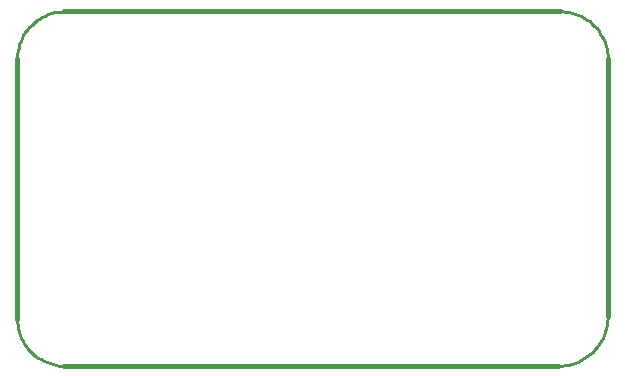
<source format=gko>
%FSDAX24Y24*%
%MOIN*%
%SFA1B1*%

%IPPOS*%
%ADD24C,0.010000*%
%ADD25C,0.015000*%
%LNuda-1*%
%LPD*%
G54D24*
X019685Y010236D02*
D01*
X019681Y010345*
X019669Y010455*
X019650Y010563*
X019623Y010670*
X019590Y010774*
X019548Y010876*
X019500Y010975*
X019445Y011070*
X019384Y011161*
X019316Y011248*
X019242Y011330*
X019163Y011406*
X019079Y011477*
X018990Y011541*
X018897Y011599*
X018800Y011651*
X018700Y011696*
X018596Y011733*
X018491Y011764*
X018383Y011787*
X018274Y011802*
X018164Y011810*
X018110Y011811*
X018035Y000000D02*
D01*
X018150Y000004*
X018264Y000016*
X018378Y000036*
X018489Y000063*
X018599Y000099*
X018706Y000142*
X018809Y000193*
X018909Y000250*
X019004Y000315*
X019095Y000386*
X019181Y000463*
X019261Y000545*
X019335Y000634*
X019402Y000727*
X019463Y000825*
X019518Y000926*
X019564Y001031*
X019604Y001140*
X019635Y001250*
X019659Y001363*
X019675Y001477*
X019683Y001592*
X019685Y001650*
X000000Y001575D02*
D01*
X000003Y001465*
X000015Y001355*
X000034Y001247*
X000061Y001140*
X000094Y001036*
X000136Y000934*
X000184Y000835*
X000239Y000740*
X000300Y000649*
X000368Y000562*
X000442Y000480*
X000521Y000404*
X000605Y000333*
X000694Y000269*
X000787Y000211*
X000884Y000159*
X000984Y000114*
X001088Y000077*
X001193Y000046*
X001301Y000023*
X001410Y000008*
X001520Y000000*
X001575Y000000*
Y011811D02*
D01*
X001465Y011807*
X001355Y011795*
X001247Y011776*
X001140Y011749*
X001036Y011716*
X000934Y011674*
X000835Y011626*
X000740Y011571*
X000649Y011510*
X000562Y011442*
X000480Y011368*
X000404Y011289*
X000333Y011205*
X000269Y011116*
X000211Y011023*
X000159Y010926*
X000114Y010826*
X000077Y010722*
X000046Y010617*
X000023Y010509*
X000008Y010400*
X000000Y010290*
X000000Y010236*
G54D25*
X019685Y001650D02*
Y010236D01*
X001575Y000000D02*
X018035D01*
X000000Y001575D02*
Y010236D01*
X001575Y011811D02*
X018110D01*
M02*
</source>
